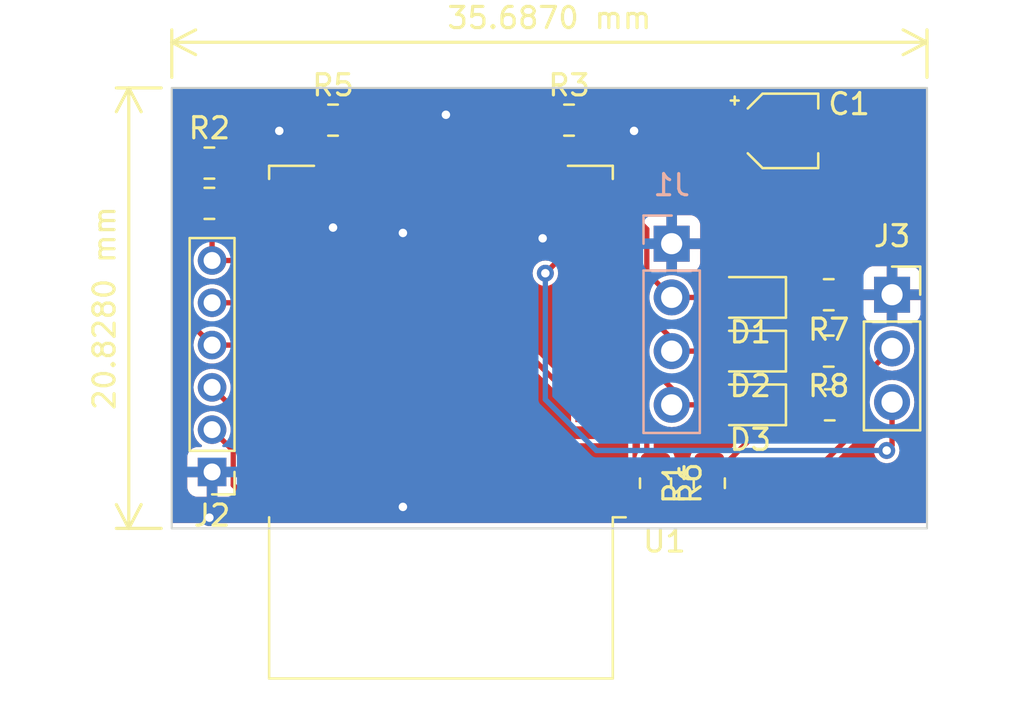
<source format=kicad_pcb>
(kicad_pcb (version 20221018) (generator pcbnew)
  (layers (0 "F.Cu" signal) (31 "B.Cu" signal) (34 "B.Paste" user) (35 "F.Paste" user) (36 "B.SilkS" user "B.Silkscreen") (37 "F.SilkS" user "F.Silkscreen") (38 "B.Mask" user) (39 "F.Mask" user) (44 "Edge.Cuts" user))
  (net 0 "")
  (net 1 "3V3")
  (net 2 "GND")
  (net 3 "Net-(D1-K)")
  (net 4 "Net-(D2-K)")
  (net 5 "PWM1")
  (net 6 "Net-(D3-K)")
  (net 7 "PWM2")
  (net 8 "TXD")
  (net 9 "RXD")
  (net 10 "PRG")
  (net 11 "RST")
  (net 12 "Net-(U1-GPIO15)")
  (net 13 "Net-(U1-EN)")
  (net 14 "Net-(U1-GPIO2)")
  (net 15 "Net-(U1-GPIO16)")
  (net 17 "SW_SIG")
  (footprint "LED_SMD:LED_0805_2012Metric" (layer "F.Cu") (at 128.9365 71.882 180)
    (fp_text reference "D1" (at 0 -1.65) (layer "F.SilkS"))
    (fp_text value "LED")
    (fp_line (start -1.685 -0.96) (end -1.685 0.96) (stroke (width 0.12)) (layer "F.SilkS"))
    (fp_line (start -1.685 0.96) (end 1 0.96) (stroke (width 0.12)) (layer "F.SilkS"))
    (fp_line (start 1 -0.96) (end -1.685 -0.96) (stroke (width 0.12)) (layer "F.SilkS"))
    (pad "1" smd roundrect (at -0.9375 0 180) (size 0.975 1.4) (layers "F.Cu" "F.Paste" "F.Mask") (net 3 "Net-(D1-K)"))
    (pad "2" smd roundrect (at 0.9375 0 180) (size 0.975 1.4) (layers "F.Cu" "F.Paste" "F.Mask") (net 1 "3V3"))
  )
  (footprint "LED_SMD:LED_0805_2012Metric" (layer "F.Cu") (at 128.9365 74.422 180)
    (fp_text reference "D2" (at 0 -1.65) (layer "F.SilkS"))
    (fp_text value "LED")
    (fp_line (start -1.685 -0.96) (end -1.685 0.96) (stroke (width 0.12)) (layer "F.SilkS"))
    (fp_line (start -1.685 0.96) (end 1 0.96) (stroke (width 0.12)) (layer "F.SilkS"))
    (fp_line (start 1 -0.96) (end -1.685 -0.96) (stroke (width 0.12)) (layer "F.SilkS"))
    (pad "1" smd roundrect (at -0.9375 0 180) (size 0.975 1.4) (layers "F.Cu" "F.Paste" "F.Mask") (net 4 "Net-(D2-K)"))
    (pad "2" smd roundrect (at 0.9375 0 180) (size 0.975 1.4) (layers "F.Cu" "F.Paste" "F.Mask") (net 5 "PWM1"))
  )
  (footprint "Resistor_SMD:R_0805_2012Metric" (layer "F.Cu") (at 109.22 63.5)
    (fp_text reference "R5" (at 0 -1.65) (layer "F.SilkS"))
    (fp_text value "10K")
    (fp_line (start -0.227064 -0.735) (end 0.227064 -0.735) (stroke (width 0.12)) (layer "F.SilkS"))
    (fp_line (start -0.227064 0.735) (end 0.227064 0.735) (stroke (width 0.12)) (layer "F.SilkS"))
    (pad "1" smd roundrect (at -0.9125 0) (size 1.025 1.4) (layers "F.Cu" "F.Paste" "F.Mask") (roundrect_rratio 0.243902439) (net 1 "3V3"))
    (pad "2" smd roundrect (at 0.9125 0) (size 1.025 1.4) (layers "F.Cu" "F.Paste" "F.Mask") (roundrect_rratio 0.243902439) (net 14 "Net-(U1-GPIO2)"))
  )
  (footprint "Resistor_SMD:R_0805_2012Metric" (layer "F.Cu") (at 124.46 80.6685 -90)
    (fp_text reference "R6" (at 0 -1.65 90) (layer "F.SilkS"))
    (fp_text value "470")
    (fp_line (start -0.227064 -0.735) (end 0.227064 -0.735) (stroke (width 0.12)) (layer "F.SilkS"))
    (fp_line (start -0.227064 0.735) (end 0.227064 0.735) (stroke (width 0.12)) (layer "F.SilkS"))
    (pad "1" smd roundrect (at -0.9125 0 270) (size 1.025 1.4) (layers "F.Cu" "F.Paste" "F.Mask") (roundrect_rratio 0.243902439) (net 15 "Net-(U1-GPIO16)"))
    (pad "2" smd roundrect (at 0.9125 0 270) (size 1.025 1.4) (layers "F.Cu" "F.Paste" "F.Mask") (roundrect_rratio 0.243902439) (net 11 "RST"))
  )
  (footprint "Resistor_SMD:R_0805_2012Metric" (layer "F.Cu") (at 132.6445 71.755 180)
    (fp_text reference "R7" (at 0 -1.65) (layer "F.SilkS"))
    (fp_text value "330")
    (fp_line (start -0.227064 -0.735) (end 0.227064 -0.735) (stroke (width 0.12)) (layer "F.SilkS"))
    (fp_line (start -0.227064 0.735) (end 0.227064 0.735) (stroke (width 0.12)) (layer "F.SilkS"))
    (pad "1" smd roundrect (at -0.9125 0 180) (size 1.025 1.4) (layers "F.Cu" "F.Paste" "F.Mask") (roundrect_rratio 0.243902439) (net 2 "GND"))
    (pad "2" smd roundrect (at 0.9125 0 180) (size 1.025 1.4) (layers "F.Cu" "F.Paste" "F.Mask") (roundrect_rratio 0.243902439) (net 3 "Net-(D1-K)"))
  )
  (footprint "LED_SMD:LED_0805_2012Metric" (layer "F.Cu") (at 128.9365 76.962 180)
    (fp_text reference "D3" (at 0 -1.65) (layer "F.SilkS"))
    (fp_text value "LED")
    (fp_line (start -1.685 -0.96) (end -1.685 0.96) (stroke (width 0.12)) (layer "F.SilkS"))
    (fp_line (start -1.685 0.96) (end 1 0.96) (stroke (width 0.12)) (layer "F.SilkS"))
    (fp_line (start 1 -0.96) (end -1.685 -0.96) (stroke (width 0.12)) (layer "F.SilkS"))
    (pad "1" smd roundrect (at -0.9375 0 180) (size 0.975 1.4) (layers "F.Cu" "F.Paste" "F.Mask") (net 6 "Net-(D3-K)"))
    (pad "2" smd roundrect (at 0.9375 0 180) (size 0.975 1.4) (layers "F.Cu" "F.Paste" "F.Mask") (net 7 "PWM2"))
  )
  (footprint "Resistor_SMD:R_0805_2012Metric" (layer "F.Cu") (at 103.378 65.531)
    (fp_text reference "R2" (at 0 -1.65) (layer "F.SilkS"))
    (fp_text value "10K")
    (fp_line (start -0.227064 -0.735) (end 0.227064 -0.735) (stroke (width 0.12)) (layer "F.SilkS"))
    (fp_line (start -0.227064 0.735) (end 0.227064 0.735) (stroke (width 0.12)) (layer "F.SilkS"))
    (pad "1" smd roundrect (at -0.9125 0) (size 1.025 1.4) (layers "F.Cu" "F.Paste" "F.Mask") (roundrect_rratio 0.243902439) (net 2 "GND"))
    (pad "2" smd roundrect (at 0.9125 0) (size 1.025 1.4) (layers "F.Cu" "F.Paste" "F.Mask") (roundrect_rratio 0.243902439) (net 12 "Net-(U1-GPIO15)"))
  )
  (footprint "Resistor_SMD:R_0805_2012Metric" (layer "F.Cu") (at 127 80.6685 90)
    (fp_text reference "R1" (at 0 -1.65 90) (layer "F.SilkS"))
    (fp_text value "10K")
    (fp_line (start -0.227064 -0.735) (end 0.227064 -0.735) (stroke (width 0.12)) (layer "F.SilkS"))
    (fp_line (start -0.227064 0.735) (end 0.227064 0.735) (stroke (width 0.12)) (layer "F.SilkS"))
    (pad "1" smd roundrect (at -0.9125 0 90) (size 1.025 1.4) (layers "F.Cu" "F.Paste" "F.Mask") (roundrect_rratio 0.243902439) (net 11 "RST"))
    (pad "2" smd roundrect (at 0.9125 0 90) (size 1.025 1.4) (layers "F.Cu" "F.Paste" "F.Mask") (roundrect_rratio 0.243902439) (net 1 "3V3"))
  )
  (footprint "RF_Module:ESP-12E" (layer "F.Cu") (at 114.32 77.78 180)
    (fp_text reference "U1" (at -10.56 -5.641) (layer "F.SilkS"))
    (fp_text value "ESP-12F")
    (fp_line (start -8.12 -12.12) (end 8.12 -12.12) (stroke (width 0.12)) (layer "F.SilkS"))
    (fp_line (start -8.12 -4.5) (end -8.73 -4.5) (stroke (width 0.12)) (layer "F.SilkS"))
    (fp_line (start -8.12 -4.5) (end -8.12 -12.12) (stroke (width 0.12)) (layer "F.SilkS"))
    (fp_line (start -8.12 12.12) (end -8.12 11.5) (stroke (width 0.12)) (layer "F.SilkS"))
    (fp_line (start -6 12.12) (end -8.12 12.12) (stroke (width 0.12)) (layer "F.SilkS"))
    (fp_line (start 8.12 -12.12) (end 8.12 -4.5) (stroke (width 0.12)) (layer "F.SilkS"))
    (fp_line (start 8.12 11.5) (end 8.12 12.12) (stroke (width 0.12)) (layer "F.SilkS"))
    (fp_line (start 8.12 12.12) (end 6 12.12) (stroke (width 0.12)) (layer "F.SilkS"))
    (pad "1" smd rect (at -7.6 -3.5 180) (size 2.5 1) (layers "F.Cu" "F.Paste" "F.Mask") (net 11 "RST"))
    (pad "2" smd rect (at -7.6 -1.5 180) (size 2.5 1) (layers "F.Cu" "F.Paste" "F.Mask"))
    (pad "3" smd rect (at -7.6 0.5 180) (size 2.5 1) (layers "F.Cu" "F.Paste" "F.Mask") (net 13 "Net-(U1-EN)"))
    (pad "4" smd rect (at -7.6 2.5 180) (size 2.5 1) (layers "F.Cu" "F.Paste" "F.Mask") (net 15 "Net-(U1-GPIO16)"))
    (pad "5" smd rect (at -7.6 4.5 180) (size 2.5 1) (layers "F.Cu" "F.Paste" "F.Mask") (net 7 "PWM2"))
    (pad "6" smd rect (at -7.6 6.5 180) (size 2.5 1) (layers "F.Cu" "F.Paste" "F.Mask") (net 5 "PWM1"))
    (pad "7" smd rect (at -7.6 8.5 180) (size 2.5 1) (layers "F.Cu" "F.Paste" "F.Mask") (net 17 "SW_SIG"))
    (pad "8" smd rect (at -7.6 10.5 180) (size 2.5 1) (layers "F.Cu" "F.Paste" "F.Mask") (net 1 "3V3"))
    (pad "9" smd rect (at -5 12 180) (size 1 1.8) (layers "F.Cu" "F.Paste" "F.Mask"))
    (pad "10" smd rect (at -3 12 180) (size 1 1.8) (layers "F.Cu" "F.Paste" "F.Mask"))
    (pad "11" smd rect (at -1 12 180) (size 1 1.8) (layers "F.Cu" "F.Paste" "F.Mask"))
    (pad "12" smd rect (at 1 12 180) (size 1 1.8) (layers "F.Cu" "F.Paste" "F.Mask"))
    (pad "13" smd rect (at 3 12 180) (size 1 1.8) (layers "F.Cu" "F.Paste" "F.Mask"))
    (pad "14" smd rect (at 5 12 180) (size 1 1.8) (layers "F.Cu" "F.Paste" "F.Mask"))
    (pad "15" smd rect (at 7.6 10.5 180) (size 2.5 1) (layers "F.Cu" "F.Paste" "F.Mask") (net 2 "GND"))
    (pad "16" smd rect (at 7.6 8.5 180) (size 2.5 1) (layers "F.Cu" "F.Paste" "F.Mask") (net 12 "Net-(U1-GPIO15)"))
    (pad "17" smd rect (at 7.6 6.5 180) (size 2.5 1) (layers "F.Cu" "F.Paste" "F.Mask") (net 14 "Net-(U1-GPIO2)"))
    (pad "18" smd rect (at 7.6 4.5 180) (size 2.5 1) (layers "F.Cu" "F.Paste" "F.Mask") (net 10 "PRG"))
    (pad "19" smd rect (at 7.6 2.5 180) (size 2.5 1) (layers "F.Cu" "F.Paste" "F.Mask"))
    (pad "20" smd rect (at 7.6 0.5 180) (size 2.5 1) (layers "F.Cu" "F.Paste" "F.Mask"))
    (pad "21" smd rect (at 7.6 -1.5 180) (size 2.5 1) (layers "F.Cu" "F.Paste" "F.Mask") (net 9 "RXD"))
    (pad "22" smd rect (at 7.6 -3.5 180) (size 2.5 1) (layers "F.Cu" "F.Paste" "F.Mask") (net 8 "TXD"))
    (zone (net 0) (net_name "") (layers "*.Cu") (connect_pads (clearance 0)) (min_thickness 0.254)
      (keepout (tracks not_allowed) (vias not_allowed) (pads not_allowed) (copperpour not_allowed) (footprints not_allowed))
      (fill (thermal_gap 0.508) (thermal_bridge_width 0.508))
      (polygon (pts (xy 122.44 82.58) (xy 106.2 82.58) (xy 106.2 89.9) (xy 122.44 89.9)))
    )
  )
  (footprint "Capacitor_SMD:CP_Elec_3x5.4" (layer "F.Cu") (at 130.388 64.008)
    (fp_text reference "C1" (at 3.216 -1.27) (layer "F.SilkS"))
    (fp_text value "C_Polarized")
    (fp_line (start -2.375 -1.435) (end -2 -1.435) (stroke (width 0.12)) (layer "F.SilkS"))
    (fp_line (start -2.1875 -1.6225) (end -2.1875 -1.2475) (stroke (width 0.12)) (layer "F.SilkS"))
    (fp_line (start -1.570563 -1.06) (end -0.870563 -1.76) (stroke (width 0.12)) (layer "F.SilkS"))
    (fp_line (start -1.570563 1.06) (end -0.870563 1.76) (stroke (width 0.12)) (layer "F.SilkS"))
    (fp_line (start -0.870563 -1.76) (end 1.76 -1.76) (stroke (width 0.12)) (layer "F.SilkS"))
    (fp_line (start -0.870563 1.76) (end 1.76 1.76) (stroke (width 0.12)) (layer "F.SilkS"))
    (fp_line (start 1.76 -1.76) (end 1.76 -1.06) (stroke (width 0.12)) (layer "F.SilkS"))
    (fp_line (start 1.76 1.76) (end 1.76 1.06) (stroke (width 0.12)) (layer "F.SilkS"))
    (pad "1" smd roundrect (at -1.5 0) (size 2.2 1.6) (layers "F.Cu" "F.Paste" "F.Mask") (roundrect_rratio 0.15625) (net 1 "3V3"))
    (pad "2" smd roundrect (at 1.5 0) (size 2.2 1.6) (layers "F.Cu" "F.Paste" "F.Mask") (roundrect_rratio 0.15625) (net 2 "GND"))
  )
  (footprint "Resistor_SMD:R_0805_2012Metric" (layer "F.Cu") (at 103.378 67.436 180)
    (fp_text reference "R4" hide)
    (fp_text value "10K")
    (fp_line (start -0.227064 -0.735) (end 0.227064 -0.735) (stroke (width 0.12)) (layer "F.SilkS"))
    (fp_line (start -0.227064 0.735) (end 0.227064 0.735) (stroke (width 0.12)) (layer "F.SilkS"))
    (pad "1" smd roundrect (at -0.9125 0 180) (size 1.025 1.4) (layers "F.Cu" "F.Paste" "F.Mask") (roundrect_rratio 0.243902439) (net 1 "3V3"))
    (pad "2" smd roundrect (at 0.9125 0 180) (size 1.025 1.4) (layers "F.Cu" "F.Paste" "F.Mask") (roundrect_rratio 0.243902439) (net 10 "PRG"))
  )
  (footprint "Connector_PinSocket_2.54mm:PinSocket_1x03_P2.54mm_Vertical" (layer "F.Cu") (at 135.636 71.755)
    (fp_text reference "J3" (at 0 -2.77) (layer "F.SilkS"))
    (fp_text value "Conn_01x03_Pin")
    (fp_line (start -1.33 1.27) (end -1.33 6.41) (stroke (width 0.12)) (layer "F.SilkS"))
    (fp_line (start -1.33 1.27) (end 1.33 1.27) (stroke (width 0.12)) (layer "F.SilkS"))
    (fp_line (start -1.33 6.41) (end 1.33 6.41) (stroke (width 0.12)) (layer "F.SilkS"))
    (fp_line (start 0 -1.33) (end 1.33 -1.33) (stroke (width 0.12)) (layer "F.SilkS"))
    (fp_line (start 1.33 -1.33) (end 1.33 0) (stroke (width 0.12)) (layer "F.SilkS"))
    (fp_line (start 1.33 1.27) (end 1.33 6.41) (stroke (width 0.12)) (layer "F.SilkS"))
    (pad "1" thru_hole rect (at 0 0) (size 1.7 1.7) (drill 1) (layers "*.Cu" "*.Mask") (net 2 "GND"))
    (pad "2" thru_hole oval (at 0 2.54) (size 1.7 1.7) (drill 1) (layers "*.Cu" "*.Mask") (net 1 "3V3"))
    (pad "3" thru_hole oval (at 0 5.08) (size 1.7 1.7) (drill 1) (layers "*.Cu" "*.Mask") (net 17 "SW_SIG"))
  )
  (footprint "Connector_PinHeader_2.00mm:PinHeader_1x06_P2.00mm_Vertical" (layer "F.Cu") (at 103.505 80.136 180)
    (fp_text reference "J2" (at 0 -2.06) (layer "F.SilkS"))
    (fp_text value "Conn_01x06_Pin" hide)
    (fp_line (start -1.06 -1.06) (end 0 -1.06) (stroke (width 0.12)) (layer "F.SilkS"))
    (fp_line (start -1.06 0) (end -1.06 -1.06) (stroke (width 0.12)) (layer "F.SilkS"))
    (fp_line (start -1.06 1) (end -1.06 11.06) (stroke (width 0.12)) (layer "F.SilkS"))
    (fp_line (start -1.06 1) (end 1.06 1) (stroke (width 0.12)) (layer "F.SilkS"))
    (fp_line (start -1.06 11.06) (end 1.06 11.06) (stroke (width 0.12)) (layer "F.SilkS"))
    (fp_line (start 1.06 1) (end 1.06 11.06) (stroke (width 0.12)) (layer "F.SilkS"))
    (pad "1" thru_hole rect (at 0 0 180) (size 1.35 1.35) (drill 0.8) (layers "*.Cu" "*.Mask") (net 2 "GND"))
    (pad "2" thru_hole oval (at 0 2 180) (size 1.35 1.35) (drill 0.8) (layers "*.Cu" "*.Mask") (net 8 "TXD"))
    (pad "3" thru_hole oval (at 0 4 180) (size 1.35 1.35) (drill 0.8) (layers "*.Cu" "*.Mask") (net 9 "RXD"))
    (pad "4" thru_hole oval (at 0 6 180) (size 1.35 1.35) (drill 0.8) (layers "*.Cu" "*.Mask") (net 10 "PRG"))
    (pad "5" thru_hole oval (at 0 8 180) (size 1.35 1.35) (drill 0.8) (layers "*.Cu" "*.Mask") (net 11 "RST"))
    (pad "6" thru_hole oval (at 0 10 180) (size 1.35 1.35) (drill 0.8) (layers "*.Cu" "*.Mask") (net 1 "3V3"))
  )
  (footprint "Resistor_SMD:R_0805_2012Metric" (layer "F.Cu") (at 132.6915 76.962 180)
    (fp_text reference "R9" hide)
    (fp_text value "330")
    (fp_line (start -0.227064 -0.735) (end 0.227064 -0.735) (stroke (width 0.12)) (layer "F.SilkS"))
    (fp_line (start -0.227064 0.735) (end 0.227064 0.735) (stroke (width 0.12)) (layer "F.SilkS"))
    (pad "1" smd roundrect (at -0.9125 0 180) (size 1.025 1.4) (layers "F.Cu" "F.Paste" "F.Mask") (roundrect_rratio 0.243902439) (net 2 "GND"))
    (pad "2" smd roundrect (at 0.9125 0 180) (size 1.025 1.4) (layers "F.Cu" "F.Paste" "F.Mask") (roundrect_rratio 0.243902439) (net 6 "Net-(D3-K)"))
  )
  (footprint "Resistor_SMD:R_0805_2012Metric" (layer "F.Cu") (at 120.3725 63.5)
    (fp_text reference "R3" (at 0 -1.65) (layer "F.SilkS"))
    (fp_text value "10K")
    (fp_line (start -0.227064 -0.735) (end 0.227064 -0.735) (stroke (width 0.12)) (layer "F.SilkS"))
    (fp_line (start -0.227064 0.735) (end 0.227064 0.735) (stroke (width 0.12)) (layer "F.SilkS"))
    (pad "1" smd roundrect (at -0.9125 0) (size 1.025 1.4) (layers "F.Cu" "F.Paste" "F.Mask") (roundrect_rratio 0.243902439) (net 13 "Net-(U1-EN)"))
    (pad "2" smd roundrect (at 0.9125 0) (size 1.025 1.4) (layers "F.Cu" "F.Paste" "F.Mask") (roundrect_rratio 0.243902439) (net 1 "3V3"))
  )
  (footprint "Resistor_SMD:R_0805_2012Metric" (layer "F.Cu") (at 132.6445 74.422 180)
    (fp_text reference "R8" (at 0 -1.65) (layer "F.SilkS"))
    (fp_text value "330")
    (fp_line (start -0.227064 -0.735) (end 0.227064 -0.735) (stroke (width 0.12)) (layer "F.SilkS"))
    (fp_line (start -0.227064 0.735) (end 0.227064 0.735) (stroke (width 0.12)) (layer "F.SilkS"))
    (pad "1" smd roundrect (at -0.9125 0 180) (size 1.025 1.4) (layers "F.Cu" "F.Paste" "F.Mask") (roundrect_rratio 0.243902439) (net 2 "GND"))
    (pad "2" smd roundrect (at 0.9125 0 180) (size 1.025 1.4) (layers "F.Cu" "F.Paste" "F.Mask") (roundrect_rratio 0.243902439) (net 4 "Net-(D2-K)"))
  )
  (footprint "Connector_PinSocket_2.54mm:PinSocket_1x04_P2.54mm_Vertical" (layer "B.Cu") (at 125.222 69.342 180)
    (fp_text reference "J1" (at 0 2.77) (layer "B.SilkS") (effects (justify mirror)))
    (fp_text value "Conn_01x04_Pin")
    (fp_line (start -1.33 -8.95) (end 1.33 -8.95) (stroke (width 0.12)) (layer "B.SilkS"))
    (fp_line (start -1.33 -1.27) (end -1.33 -8.95) (stroke (width 0.12)) (layer "B.SilkS"))
    (fp_line (start -1.33 -1.27) (end 1.33 -1.27) (stroke (width 0.12)) (layer "B.SilkS"))
    (fp_line (start 0 1.33) (end 1.33 1.33) (stroke (width 0.12)) (layer "B.SilkS"))
    (fp_line (start 1.33 -1.27) (end 1.33 -8.95) (stroke (width 0.12)) (layer "B.SilkS"))
    (fp_line (start 1.33 1.33) (end 1.33 0) (stroke (width 0.12)) (layer "B.SilkS"))
    (pad "1" thru_hole rect (at 0 0 180) (size 1.7 1.7) (drill 1) (layers "*.Cu" "*.Mask") (net 2 "GND"))
    (pad "2" thru_hole oval (at 0 -2.54 180) (size 1.7 1.7) (drill 1) (layers "*.Cu" "*.Mask") (net 1 "3V3"))
    (pad "3" thru_hole oval (at 0 -5.08 180) (size 1.7 1.7) (drill 1) (layers "*.Cu" "*.Mask") (net 5 "PWM1"))
    (pad "4" thru_hole oval (at 0 -7.62 180) (size 1.7 1.7) (drill 1) (layers "*.Cu" "*.Mask") (net 7 "PWM2"))
  )
  (gr_rect (start 101.6 61.976) (end 137.287 82.804) (stroke (width 0.1)) (fill none) (layer "Edge.Cuts"))
  (dimension (type aligned) (layer "F.SilkS") (pts (xy 101.6 82.804) (xy 101.6 61.976)) (height -2.032) (gr_text "20,8280 mm" (at 98.418 72.39 90) (layer "F.SilkS") (effects (font (size 1 1) (thickness 0.15)))) (format (prefix "") (suffix "") (units 3) (units_format 1) (precision 4)) (style (thickness 0.15) (arrow_length 1.27) (text_position_mode 0) (extension_height 0.58642) (extension_offset 0.5) keep_text_aligned))
  (dimension (type aligned) (layer "F.SilkS") (pts (xy 101.6 61.976) (xy 137.287 61.976)) (height -2.159) (gr_text "35,6870 mm" (at 119.4435 58.667) (layer "F.SilkS") (effects (font (size 1 1) (thickness 0.15)))) (format (prefix "") (suffix "") (units 3) (units_format 1) (precision 4)) (style (thickness 0.15) (arrow_length 1.27) (text_position_mode 0) (extension_height 0.58642) (extension_offset 0.5) keep_text_aligned))
  (segment (start 121.285 63.5) (end 121.92 64.135) (width 0.25) (layer "F.Cu") (net 1))
  (segment (start 124.047 68.657) (end 124.047 70.707) (width 0.25) (layer "F.Cu") (net 1))
  (segment (start 105.2765 70.136) (end 105.3075 70.105) (width 0.25) (layer "F.Cu") (net 1))
  (segment (start 103.2225 69.8535) (end 103.505 70.136) (width 0.25) (layer "F.Cu") (net 1))
  (segment (start 104.2905 67.436) (end 103.505 68.2215) (width 0.25) (layer "F.Cu") (net 1))
  (segment (start 108.295 70.105) (end 105.3075 70.105) (width 0.25) (layer "F.Cu") (net 1))
  (segment (start 128.8115 72.6945) (end 128.8115 78.7065) (width 0.25) (layer "F.Cu") (net 1))
  (segment (start 127.999 71.882) (end 128.8115 72.6945) (width 0.25) (layer "F.Cu") (net 1))
  (segment (start 134.4415 75.4895) (end 134.4415 77.650173) (width 0.25) (layer "F.Cu") (net 1))
  (segment (start 125.222 71.882) (end 127.999 71.882) (width 0.25) (layer "F.Cu") (net 1))
  (segment (start 127.984 71.867) (end 127.999 71.882) (width 0.25) (layer "F.Cu") (net 1))
  (segment (start 108.3075 63.5) (end 108.3075 70.0925) (width 0.25) (layer "F.Cu") (net 1))
  (segment (start 109.3325 62.475) (end 120.26 62.475) (width 0.25) (layer "F.Cu") (net 1))
  (segment (start 103.505 68.2215) (end 103.505 70.136) (width 0.25) (layer "F.Cu") (net 1))
  (segment (start 121.92 64.135) (end 121.92 67.28) (width 0.25) (layer "F.Cu") (net 1))
  (segment (start 132.335673 79.756) (end 127 79.756) (width 0.25) (layer "F.Cu") (net 1))
  (segment (start 120.26 62.475) (end 121.285 63.5) (width 0.25) (layer "F.Cu") (net 1))
  (segment (start 124.047 70.707) (end 125.222 71.882) (width 0.25) (layer "F.Cu") (net 1))
  (segment (start 122.67 67.28) (end 124.047 68.657) (width 0.25) (layer "F.Cu") (net 1))
  (segment (start 127.999 64.897) (end 128.888 64.008) (width 0.25) (layer "F.Cu") (net 1))
  (segment (start 127.762 79.756) (end 127 79.756) (width 0.25) (layer "F.Cu") (net 1))
  (segment (start 121.92 67.28) (end 122.67 67.28) (width 0.25) (layer "F.Cu") (net 1))
  (segment (start 108.3075 63.5) (end 109.3325 62.475) (width 0.25) (layer "F.Cu") (net 1))
  (segment (start 108.3075 70.0925) (end 108.295 70.105) (width 0.25) (layer "F.Cu") (net 1))
  (segment (start 134.4415 77.650173) (end 132.335673 79.756) (width 0.25) (layer "F.Cu") (net 1))
  (segment (start 103.505 70.136) (end 105.2765 70.136) (width 0.25) (layer "F.Cu") (net 1))
  (segment (start 128.8115 78.7065) (end 127.762 79.756) (width 0.25) (layer "F.Cu") (net 1))
  (segment (start 135.636 74.295) (end 134.4415 75.4895) (width 0.25) (layer "F.Cu") (net 1))
  (segment (start 127.999 71.882) (end 127.999 64.897) (width 0.25) (layer "F.Cu") (net 1))
  (segment (start 103.505 80.136) (end 103.505 82.169) (width 0.25) (layer "F.Cu") (net 2))
  (segment (start 133.604 76.962) (end 133.604 74.469) (width 0.25) (layer "F.Cu") (net 2))
  (segment (start 103.505 82.169) (end 103.378 82.296) (width 0.25) (layer "F.Cu") (net 2))
  (segment (start 133.604 74.469) (end 133.557 74.422) (width 0.25) (layer "F.Cu") (net 2))
  (segment (start 130.763 62.883) (end 127.799827 62.883) (width 0.25) (layer "F.Cu") (net 2))
  (segment (start 106.72 64.048) (end 106.68 64.008) (width 0.25) (layer "F.Cu") (net 2))
  (segment (start 131.888 64.008) (end 133.557 65.677) (width 0.25) (layer "F.Cu") (net 2))
  (segment (start 127.799827 62.883) (end 125.222 65.460827) (width 0.25) (layer "F.Cu") (net 2))
  (segment (start 102.4655 65.531) (end 103.9885 64.008) (width 0.25) (layer "F.Cu") (net 2))
  (segment (start 131.888 64.008) (end 130.763 62.883) (width 0.25) (layer "F.Cu") (net 2))
  (segment (start 106.72 67.28) (end 106.72 64.048) (width 0.25) (layer "F.Cu") (net 2))
  (segment (start 135.636 71.755) (end 133.557 71.755) (width 0.25) (layer "F.Cu") (net 2))
  (segment (start 125.222 69.342) (end 125.222 65.786) (width 0.25) (layer "F.Cu") (net 2))
  (segment (start 103.9885 64.008) (end 106.68 64.008) (width 0.25) (layer "F.Cu") (net 2))
  (segment (start 133.557 71.755) (end 133.557 74.422) (width 0.25) (layer "F.Cu") (net 2))
  (segment (start 133.557 65.677) (end 133.557 71.755) (width 0.25) (layer "F.Cu") (net 2))
  (segment (start 133.841 71.471) (end 133.557 71.755) (width 0.25) (layer "F.Cu") (net 2))
  (segment (start 125.222 65.786) (end 123.444 64.008) (width 0.25) (layer "F.Cu") (net 2))
  (segment (start 125.222 65.460827) (end 125.222 65.786) (width 0.25) (layer "F.Cu") (net 2))
  (via (at 114.554 63.246) (size 0.8) (drill 0.4) (layers "F.Cu" "B.Cu") (net 2))
  (via (at 103.378 82.296) (size 0.8) (drill 0.4) (layers "F.Cu" "B.Cu") (net 2))
  (via (at 106.68 64.008) (size 0.8) (drill 0.4) (layers "F.Cu" "B.Cu") (net 2))
  (via (at 123.444 64.008) (size 0.8) (drill 0.4) (layers "F.Cu" "B.Cu") (net 2))
  (via (at 112.522 81.788) (size 0.8) (drill 0.4) (layers "F.Cu" "B.Cu") (net 2))
  (via (at 109.22 68.58) (size 0.8) (drill 0.4) (layers "F.Cu" "B.Cu") (net 2))
  (via (at 119.126 69.088) (size 0.8) (drill 0.4) (layers "F.Cu" "B.Cu") (net 2))
  (via (at 112.522 68.834) (size 0.8) (drill 0.4) (layers "F.Cu" "B.Cu") (net 2))
  (segment (start 119.38 64.225) (end 119.38 68.834) (width 0.25) (layer "B.Cu") (net 2))
  (segment (start 103.378 82.296) (end 106.307222 82.296) (width 0.25) (layer "B.Cu") (net 2))
  (segment (start 103.632 82.296) (end 103.378 82.296) (width 0.25) (layer "B.Cu") (net 2))
  (segment (start 112.051 64.696) (end 112.051 68.617) (width 0.25) (layer "B.Cu") (net 2))
  (segment (start 106.307222 82.296) (end 106.815222 81.788) (width 0.25) (layer "B.Cu") (net 2))
  (segment (start 112.522 64.225) (end 112.051 64.696) (width 0.25) (layer "B.Cu") (net 2))
  (segment (start 114.554 64.225) (end 112.522 64.225) (width 0.25) (layer "B.Cu") (net 2))
  (segment (start 109.22 68.58) (end 109.22 68.326) (width 0.25) (layer "B.Cu") (net 2))
  (segment (start 109.22 64.225) (end 106.897 64.225) (width 0.25) (layer "B.Cu") (net 2))
  (segment (start 114.554 64.225) (end 114.554 63.246) (width 0.25) (layer "B.Cu") (net 2))
  (segment (start 106.68 64.008) (end 106.684652 64.012652) (width 0.25) (layer "B.Cu") (net 2))
  (segment (start 109.22 64.225) (end 109.22 68.58) (width 0.25) (layer "B.Cu") (net 2))
  (segment (start 106.815222 81.788) (end 112.305 81.788) (width 0.25) (layer "B.Cu") (net 2))
  (segment (start 106.68 81.923222) (end 106.68 64.008) (width 0.25) (layer "B.Cu") (net 2))
  (segment (start 114.554 63.246) (end 114.554 63.5) (width 0.25) (layer "B.Cu") (net 2))
  (segment (start 112.051 68.617) (end 112.263348 68.829348) (width 0.25) (layer "B.Cu") (net 2))
  (segment (start 106.897 64.225) (end 106.68 64.008) (width 0.25) (layer "B.Cu") (net 2))
  (segment (start 119.38 68.834) (end 119.126 69.088) (width 0.25) (layer "B.Cu") (net 2))
  (segment (start 123.444 64.008) (end 123.227 64.225) (width 0.25) (layer "B.Cu") (net 2))
  (segment (start 123.227 64.225) (end 119.38 64.225) (width 0.25) (layer "B.Cu") (net 2))
  (segment (start 119.38 64.225) (end 114.554 64.225) (width 0.25) (layer "B.Cu") (net 2))
  (segment (start 112.522 64.225) (end 109.22 64.225) (width 0.25) (layer "B.Cu") (net 2))
  (segment (start 106.307222 82.296) (end 106.68 81.923222) (width 0.25) (layer "B.Cu") (net 2))
  (segment (start 131.605 71.882) (end 131.732 71.755) (width 0.25) (layer "F.Cu") (net 3))
  (segment (start 129.874 71.882) (end 131.605 71.882) (width 0.25) (layer "F.Cu") (net 3))
  (segment (start 129.874 74.422) (end 131.732 74.422) (width 0.25) (layer "F.Cu") (net 4))
  (segment (start 127.984 74.407) (end 127.999 74.422) (width 0.25) (layer "F.Cu") (net 5))
  (segment (start 122.67 71.28) (end 125.222 73.832) (width 0.25) (layer "F.Cu") (net 5))
  (segment (start 125.222 74.422) (end 127.999 74.422) (width 0.25) (layer "F.Cu") (net 5))
  (segment (start 125.222 73.832) (end 125.222 74.422) (width 0.25) (layer "F.Cu") (net 5))
  (segment (start 121.92 71.28) (end 122.67 71.28) (width 0.25) (layer "F.Cu") (net 5))
  (segment (start 129.874 76.962) (end 131.779 76.962) (width 0.25) (layer "F.Cu") (net 6))
  (segment (start 125.222 76.182) (end 125.222 76.962) (width 0.25) (layer "F.Cu") (net 7))
  (segment (start 127.984 76.947) (end 127.999 76.962) (width 0.25) (layer "F.Cu") (net 7))
  (segment (start 122.32 73.28) (end 125.222 76.182) (width 0.25) (layer "F.Cu") (net 7))
  (segment (start 125.222 76.962) (end 127.999 76.962) (width 0.25) (layer "F.Cu") (net 7))
  (segment (start 121.92 73.28) (end 122.32 73.28) (width 0.25) (layer "F.Cu") (net 7))
  (segment (start 104.505 79.136) (end 104.505 80.755) (width 0.25) (layer "F.Cu") (net 8))
  (segment (start 103.505 78.136) (end 104.505 79.136) (width 0.25) (layer "F.Cu") (net 8))
  (segment (start 104.505 80.755) (end 105.03 81.28) (width 0.25) (layer "F.Cu") (net 8))
  (segment (start 105.03 81.28) (end 106.72 81.28) (width 0.25) (layer "F.Cu") (net 8))
  (segment (start 103.505 76.136) (end 105.03 77.661) (width 0.25) (layer "F.Cu") (net 9))
  (segment (start 106.72 79.28) (end 105.03 79.28) (width 0.25) (layer "F.Cu") (net 9))
  (segment (start 105.03 77.661) (end 105.03 79.28) (width 0.25) (layer "F.Cu") (net 9))
  (segment (start 105.98 73.28) (end 106.72 73.28) (width 0.25) (layer "F.Cu") (net 10))
  (segment (start 105.864 74.136) (end 106.72 73.28) (width 0.25) (layer "F.Cu") (net 10))
  (segment (start 103.505 74.136) (end 105.864 74.136) (width 0.25) (layer "F.Cu") (net 10))
  (segment (start 103.505 74.136) (end 102.505 73.136) (width 0.25) (layer "F.Cu") (net 10))
  (segment (start 102.505 67.4755) (end 102.4655 67.436) (width 0.25) (layer "F.Cu") (net 10))
  (segment (start 102.505 73.136) (end 102.505 67.4755) (width 0.25) (layer "F.Cu") (net 10))
  (segment (start 124.159 81.28) (end 124.46 81.581) (width 0.25) (layer "F.Cu") (net 11))
  (segment (start 103.505 72.136) (end 104.486 72.136) (width 0.25) (layer "F.Cu") (net 11))
  (segment (start 124.46 81.581) (end 127 81.581) (width 0.25) (layer "F.Cu") (net 11))
  (segment (start 121.92 81.28) (end 121.17 81.28) (width 0.25) (layer "F.Cu") (net 11))
  (segment (start 112.345 72.455) (end 104.805 72.455) (width 0.25) (layer "F.Cu") (net 11))
  (segment (start 121.17 81.28) (end 112.345 72.455) (width 0.25) (layer "F.Cu") (net 11))
  (segment (start 121.92 81.28) (end 124.159 81.28) (width 0.25) (layer "F.Cu") (net 11))
  (segment (start 104.486 72.136) (end 104.805 72.455) (width 0.25) (layer "F.Cu") (net 11))
  (segment (start 105.145 66.3855) (end 105.145 68.823) (width 0.25) (layer "F.Cu") (net 12))
  (segment (start 105.602 69.28) (end 106.72 69.28) (width 0.25) (layer "F.Cu") (net 12))
  (segment (start 105.145 68.823) (end 105.602 69.28) (width 0.25) (layer "F.Cu") (net 12))
  (segment (start 104.2905 65.531) (end 105.145 66.3855) (width 0.25) (layer "F.Cu") (net 12))
  (segment (start 121.17 77.28) (end 116.495 72.605) (width 0.25) (layer "F.Cu") (net 13))
  (segment (start 117.55 63.5) (end 119.46 63.5) (width 0.25) (layer "F.Cu") (net 13))
  (segment (start 116.495 64.555) (end 117.55 63.5) (width 0.25) (layer "F.Cu") (net 13))
  (segment (start 121.92 77.28) (end 121.17 77.28) (width 0.25) (layer "F.Cu") (net 13))
  (segment (start 116.495 72.605) (end 116.495 64.555) (width 0.25) (layer "F.Cu") (net 13))
  (segment (start 110.1325 64.4925) (end 110.145 64.505) (width 0.25) (layer "F.Cu") (net 14))
  (segment (start 110.145 68.925) (end 107.79 71.28) (width 0.25) (layer "F.Cu") (net 14))
  (segment (start 110.145 64.505) (end 110.145 68.925) (width 0.25) (layer "F.Cu") (net 14))
  (segment (start 107.79 71.28) (end 106.72 71.28) (width 0.25) (layer "F.Cu") (net 14))
  (segment (start 110.1325 63.5) (end 110.1325 64.4925) (width 0.25) (layer "F.Cu") (net 14))
  (segment (start 124.047 76.475299) (end 124.047 79.343) (width 0.25) (layer "F.Cu") (net 15))
  (segment (start 121.92 75.28) (end 122.851701 75.28) (width 0.25) (layer "F.Cu") (net 15))
  (segment (start 122.851701 75.28) (end 124.047 76.475299) (width 0.25) (layer "F.Cu") (net 15))
  (segment (start 124.047 79.343) (end 124.46 79.756) (width 0.25) (layer "F.Cu") (net 15))
  (segment (start 135.382 79.121) (end 135.509 78.994) (width 0.25) (layer "F.Cu") (net 17))
  (segment (start 120.712 69.28) (end 119.253 70.739) (width 0.25) (layer "F.Cu") (net 17))
  (segment (start 135.636 78.867) (end 135.382 79.121) (width 0.25) (layer "F.Cu") (net 17))
  (segment (start 135.636 76.835) (end 135.636 78.867) (width 0.25) (layer "F.Cu") (net 17))
  (segment (start 121.92 69.28) (end 120.712 69.28) (width 0.25) (layer "F.Cu") (net 17))
  (via (at 135.382 79.121) (size 0.8) (drill 0.4) (layers "F.Cu" "B.Cu") (net 17))
  (via (at 119.253 70.739) (size 0.8) (drill 0.4) (layers "F.Cu" "B.Cu") (net 17))
  (segment (start 119.253 76.708) (end 119.253 70.739) (width 0.25) (layer "B.Cu") (net 17))
  (segment (start 121.666 79.121) (end 119.253 76.708) (width 0.25) (layer "B.Cu") (net 17))
  (segment (start 135.382 79.121) (end 121.666 79.121) (width 0.25) (layer "B.Cu") (net 17))
  (zone (net 2) (net_name "GND") (layers "F&B.Cu") (connect_pads (clearance 0.12)) (min_thickness 0.12) (fill yes (thermal_gap 0.5) (thermal_bridge_width 0.5))
    (polygon (pts (xy 101.6 61.976) (xy 101.6 82.55) (xy 137.287 82.55) (xy 137.287 61.976)))
  )
)
</source>
